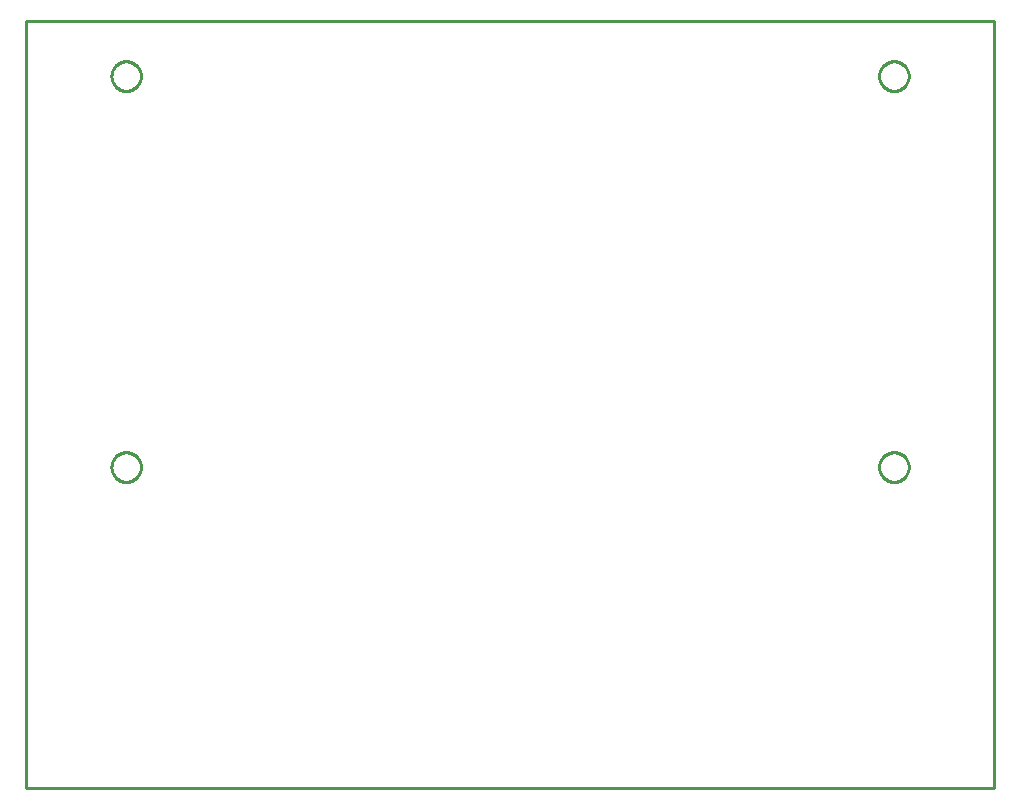
<source format=gbr>
G04 EAGLE Gerber X2 export*
%TF.Part,Single*%
%TF.FileFunction,Profile,NP*%
%TF.FilePolarity,Positive*%
%TF.GenerationSoftware,Autodesk,EAGLE,9.1.3*%
%TF.CreationDate,2018-10-15T23:42:15Z*%
G75*
%MOMM*%
%FSLAX34Y34*%
%LPD*%
%AMOC8*
5,1,8,0,0,1.08239X$1,22.5*%
G01*
%ADD10C,0.254000*%


D10*
X0Y0D02*
X820000Y0D01*
X820000Y650000D01*
X0Y650000D01*
X0Y0D01*
X722500Y271409D02*
X722577Y270430D01*
X722731Y269460D01*
X722960Y268504D01*
X723264Y267570D01*
X723639Y266663D01*
X724085Y265788D01*
X724599Y264950D01*
X725176Y264155D01*
X725814Y263408D01*
X726508Y262714D01*
X727255Y262076D01*
X728050Y261499D01*
X728888Y260985D01*
X729763Y260539D01*
X730670Y260164D01*
X731604Y259860D01*
X732560Y259631D01*
X733530Y259477D01*
X734509Y259400D01*
X735491Y259400D01*
X736470Y259477D01*
X737441Y259631D01*
X738396Y259860D01*
X739330Y260164D01*
X740237Y260539D01*
X741112Y260985D01*
X741950Y261499D01*
X742745Y262076D01*
X743492Y262714D01*
X744186Y263408D01*
X744824Y264155D01*
X745401Y264950D01*
X745915Y265788D01*
X746361Y266663D01*
X746736Y267570D01*
X747040Y268504D01*
X747269Y269460D01*
X747423Y270430D01*
X747500Y271409D01*
X747500Y272391D01*
X747423Y273370D01*
X747269Y274341D01*
X747040Y275296D01*
X746736Y276230D01*
X746361Y277137D01*
X745915Y278012D01*
X745401Y278850D01*
X744824Y279645D01*
X744186Y280392D01*
X743492Y281086D01*
X742745Y281724D01*
X741950Y282301D01*
X741112Y282815D01*
X740237Y283261D01*
X739330Y283636D01*
X738396Y283940D01*
X737441Y284169D01*
X736470Y284323D01*
X735491Y284400D01*
X734509Y284400D01*
X733530Y284323D01*
X732560Y284169D01*
X731604Y283940D01*
X730670Y283636D01*
X729763Y283261D01*
X728888Y282815D01*
X728050Y282301D01*
X727255Y281724D01*
X726508Y281086D01*
X725814Y280392D01*
X725176Y279645D01*
X724599Y278850D01*
X724085Y278012D01*
X723639Y277137D01*
X723264Y276230D01*
X722960Y275296D01*
X722731Y274341D01*
X722577Y273370D01*
X722500Y272391D01*
X722500Y271409D01*
X72500Y271409D02*
X72577Y270430D01*
X72731Y269460D01*
X72960Y268504D01*
X73264Y267570D01*
X73639Y266663D01*
X74085Y265788D01*
X74599Y264950D01*
X75176Y264155D01*
X75814Y263408D01*
X76508Y262714D01*
X77255Y262076D01*
X78050Y261499D01*
X78888Y260985D01*
X79763Y260539D01*
X80670Y260164D01*
X81604Y259860D01*
X82560Y259631D01*
X83530Y259477D01*
X84509Y259400D01*
X85491Y259400D01*
X86470Y259477D01*
X87441Y259631D01*
X88396Y259860D01*
X89330Y260164D01*
X90237Y260539D01*
X91112Y260985D01*
X91950Y261499D01*
X92745Y262076D01*
X93492Y262714D01*
X94186Y263408D01*
X94824Y264155D01*
X95401Y264950D01*
X95915Y265788D01*
X96361Y266663D01*
X96736Y267570D01*
X97040Y268504D01*
X97269Y269460D01*
X97423Y270430D01*
X97500Y271409D01*
X97500Y272391D01*
X97423Y273370D01*
X97269Y274341D01*
X97040Y275296D01*
X96736Y276230D01*
X96361Y277137D01*
X95915Y278012D01*
X95401Y278850D01*
X94824Y279645D01*
X94186Y280392D01*
X93492Y281086D01*
X92745Y281724D01*
X91950Y282301D01*
X91112Y282815D01*
X90237Y283261D01*
X89330Y283636D01*
X88396Y283940D01*
X87441Y284169D01*
X86470Y284323D01*
X85491Y284400D01*
X84509Y284400D01*
X83530Y284323D01*
X82560Y284169D01*
X81604Y283940D01*
X80670Y283636D01*
X79763Y283261D01*
X78888Y282815D01*
X78050Y282301D01*
X77255Y281724D01*
X76508Y281086D01*
X75814Y280392D01*
X75176Y279645D01*
X74599Y278850D01*
X74085Y278012D01*
X73639Y277137D01*
X73264Y276230D01*
X72960Y275296D01*
X72731Y274341D01*
X72577Y273370D01*
X72500Y272391D01*
X72500Y271409D01*
X722500Y602409D02*
X722577Y601430D01*
X722731Y600460D01*
X722960Y599504D01*
X723264Y598570D01*
X723639Y597663D01*
X724085Y596788D01*
X724599Y595950D01*
X725176Y595155D01*
X725814Y594408D01*
X726508Y593714D01*
X727255Y593076D01*
X728050Y592499D01*
X728888Y591985D01*
X729763Y591539D01*
X730670Y591164D01*
X731604Y590860D01*
X732560Y590631D01*
X733530Y590477D01*
X734509Y590400D01*
X735491Y590400D01*
X736470Y590477D01*
X737441Y590631D01*
X738396Y590860D01*
X739330Y591164D01*
X740237Y591539D01*
X741112Y591985D01*
X741950Y592499D01*
X742745Y593076D01*
X743492Y593714D01*
X744186Y594408D01*
X744824Y595155D01*
X745401Y595950D01*
X745915Y596788D01*
X746361Y597663D01*
X746736Y598570D01*
X747040Y599504D01*
X747269Y600460D01*
X747423Y601430D01*
X747500Y602409D01*
X747500Y603391D01*
X747423Y604370D01*
X747269Y605341D01*
X747040Y606296D01*
X746736Y607230D01*
X746361Y608137D01*
X745915Y609012D01*
X745401Y609850D01*
X744824Y610645D01*
X744186Y611392D01*
X743492Y612086D01*
X742745Y612724D01*
X741950Y613301D01*
X741112Y613815D01*
X740237Y614261D01*
X739330Y614636D01*
X738396Y614940D01*
X737441Y615169D01*
X736470Y615323D01*
X735491Y615400D01*
X734509Y615400D01*
X733530Y615323D01*
X732560Y615169D01*
X731604Y614940D01*
X730670Y614636D01*
X729763Y614261D01*
X728888Y613815D01*
X728050Y613301D01*
X727255Y612724D01*
X726508Y612086D01*
X725814Y611392D01*
X725176Y610645D01*
X724599Y609850D01*
X724085Y609012D01*
X723639Y608137D01*
X723264Y607230D01*
X722960Y606296D01*
X722731Y605341D01*
X722577Y604370D01*
X722500Y603391D01*
X722500Y602409D01*
X72500Y602409D02*
X72577Y601430D01*
X72731Y600460D01*
X72960Y599504D01*
X73264Y598570D01*
X73639Y597663D01*
X74085Y596788D01*
X74599Y595950D01*
X75176Y595155D01*
X75814Y594408D01*
X76508Y593714D01*
X77255Y593076D01*
X78050Y592499D01*
X78888Y591985D01*
X79763Y591539D01*
X80670Y591164D01*
X81604Y590860D01*
X82560Y590631D01*
X83530Y590477D01*
X84509Y590400D01*
X85491Y590400D01*
X86470Y590477D01*
X87441Y590631D01*
X88396Y590860D01*
X89330Y591164D01*
X90237Y591539D01*
X91112Y591985D01*
X91950Y592499D01*
X92745Y593076D01*
X93492Y593714D01*
X94186Y594408D01*
X94824Y595155D01*
X95401Y595950D01*
X95915Y596788D01*
X96361Y597663D01*
X96736Y598570D01*
X97040Y599504D01*
X97269Y600460D01*
X97423Y601430D01*
X97500Y602409D01*
X97500Y603391D01*
X97423Y604370D01*
X97269Y605341D01*
X97040Y606296D01*
X96736Y607230D01*
X96361Y608137D01*
X95915Y609012D01*
X95401Y609850D01*
X94824Y610645D01*
X94186Y611392D01*
X93492Y612086D01*
X92745Y612724D01*
X91950Y613301D01*
X91112Y613815D01*
X90237Y614261D01*
X89330Y614636D01*
X88396Y614940D01*
X87441Y615169D01*
X86470Y615323D01*
X85491Y615400D01*
X84509Y615400D01*
X83530Y615323D01*
X82560Y615169D01*
X81604Y614940D01*
X80670Y614636D01*
X79763Y614261D01*
X78888Y613815D01*
X78050Y613301D01*
X77255Y612724D01*
X76508Y612086D01*
X75814Y611392D01*
X75176Y610645D01*
X74599Y609850D01*
X74085Y609012D01*
X73639Y608137D01*
X73264Y607230D01*
X72960Y606296D01*
X72731Y605341D01*
X72577Y604370D01*
X72500Y603391D01*
X72500Y602409D01*
M02*

</source>
